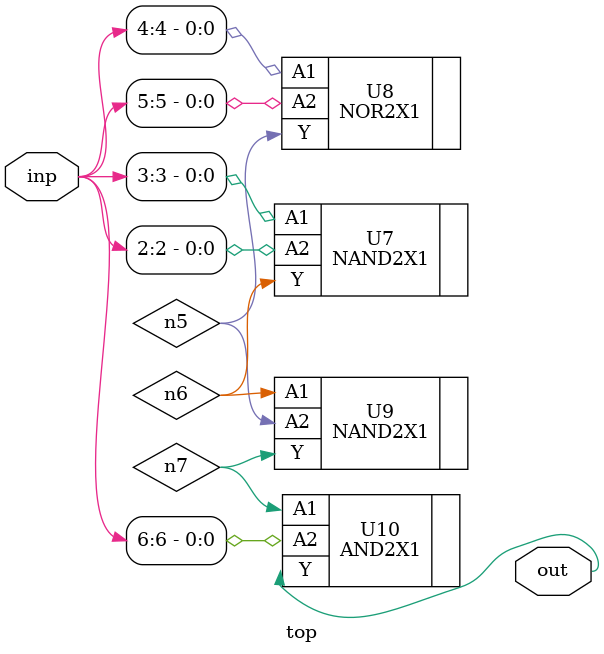
<source format=sv>


module top ( inp, out );
  input [6:0] inp;
  output out;
  wire   n5, n6, n7;

  NAND2X1 U7 ( .A1(inp[3]), .A2(inp[2]), .Y(n6) );
  NOR2X1 U8 ( .A1(inp[4]), .A2(inp[5]), .Y(n5) );
  NAND2X1 U9 ( .A1(n6), .A2(n5), .Y(n7) );
  AND2X1 U10 ( .A1(n7), .A2(inp[6]), .Y(out) );
endmodule


</source>
